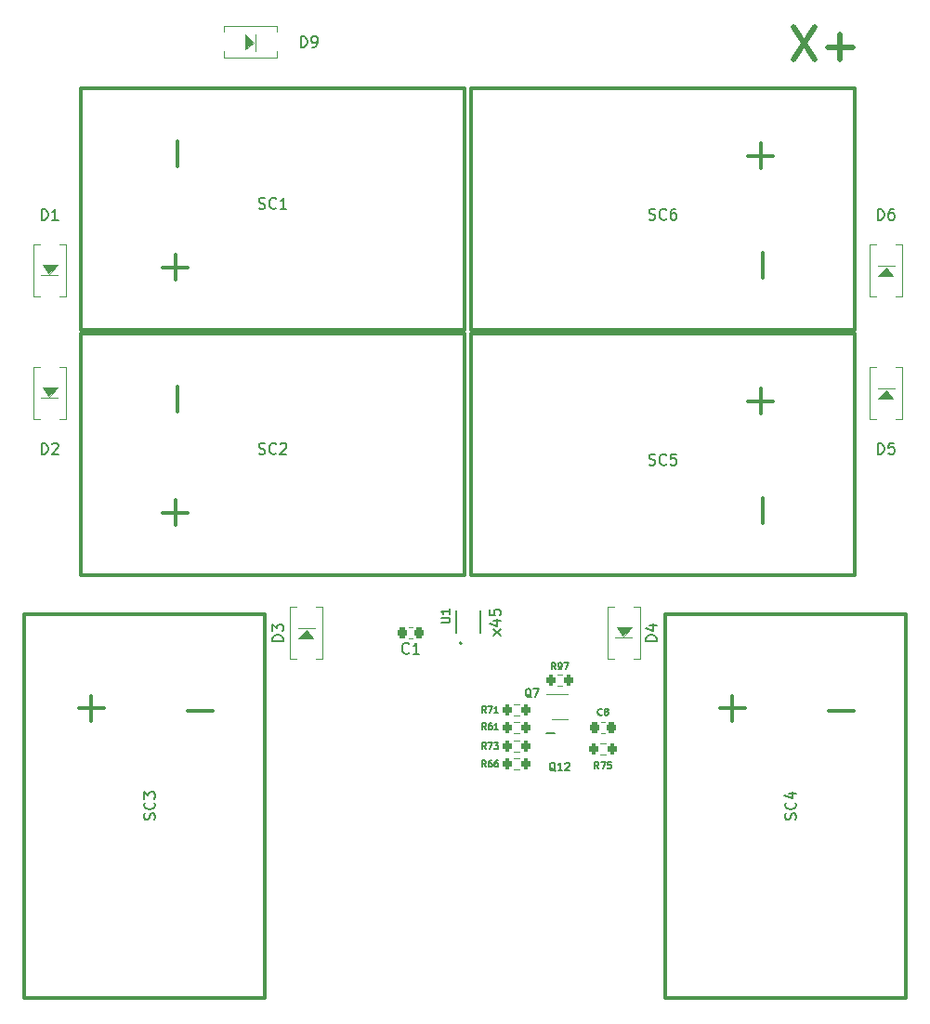
<source format=gto>
%TF.GenerationSoftware,KiCad,Pcbnew,(6.0.5)*%
%TF.CreationDate,2022-07-09T16:35:03-07:00*%
%TF.ProjectId,solar-panel-side-X-plus,736f6c61-722d-4706-916e-656c2d736964,rev?*%
%TF.SameCoordinates,Original*%
%TF.FileFunction,Legend,Top*%
%TF.FilePolarity,Positive*%
%FSLAX46Y46*%
G04 Gerber Fmt 4.6, Leading zero omitted, Abs format (unit mm)*
G04 Created by KiCad (PCBNEW (6.0.5)) date 2022-07-09 16:35:03*
%MOMM*%
%LPD*%
G01*
G04 APERTURE LIST*
G04 Aperture macros list*
%AMRoundRect*
0 Rectangle with rounded corners*
0 $1 Rounding radius*
0 $2 $3 $4 $5 $6 $7 $8 $9 X,Y pos of 4 corners*
0 Add a 4 corners polygon primitive as box body*
4,1,4,$2,$3,$4,$5,$6,$7,$8,$9,$2,$3,0*
0 Add four circle primitives for the rounded corners*
1,1,$1+$1,$2,$3*
1,1,$1+$1,$4,$5*
1,1,$1+$1,$6,$7*
1,1,$1+$1,$8,$9*
0 Add four rect primitives between the rounded corners*
20,1,$1+$1,$2,$3,$4,$5,0*
20,1,$1+$1,$4,$5,$6,$7,0*
20,1,$1+$1,$6,$7,$8,$9,0*
20,1,$1+$1,$8,$9,$2,$3,0*%
G04 Aperture macros list end*
%ADD10C,0.150000*%
%ADD11C,0.500000*%
%ADD12C,0.300000*%
%ADD13C,0.127000*%
%ADD14C,0.120000*%
%ADD15C,0.100000*%
%ADD16C,0.200000*%
%ADD17C,3.000000*%
%ADD18R,1.700000X2.500000*%
%ADD19R,2.500000X1.700000*%
%ADD20C,2.600000*%
%ADD21C,3.800000*%
%ADD22R,0.270000X0.740000*%
%ADD23R,1.350000X0.650000*%
%ADD24RoundRect,0.200000X0.200000X0.275000X-0.200000X0.275000X-0.200000X-0.275000X0.200000X-0.275000X0*%
%ADD25RoundRect,0.200000X-0.200000X-0.275000X0.200000X-0.275000X0.200000X0.275000X-0.200000X0.275000X0*%
%ADD26R,0.600000X0.400000*%
%ADD27R,0.650000X0.400000*%
%ADD28RoundRect,0.225000X-0.225000X-0.250000X0.225000X-0.250000X0.225000X0.250000X-0.225000X0.250000X0*%
%ADD29RoundRect,0.225000X0.225000X0.250000X-0.225000X0.250000X-0.225000X-0.250000X0.225000X-0.250000X0*%
G04 APERTURE END LIST*
D10*
X141676380Y-102814285D02*
X141009714Y-102290476D01*
X141009714Y-102814285D02*
X141676380Y-102290476D01*
X141009714Y-101480952D02*
X141676380Y-101480952D01*
X140628761Y-101719047D02*
X141343047Y-101957142D01*
X141343047Y-101338095D01*
X140676380Y-100480952D02*
X140676380Y-100957142D01*
X141152571Y-101004761D01*
X141104952Y-100957142D01*
X141057333Y-100861904D01*
X141057333Y-100623809D01*
X141104952Y-100528571D01*
X141152571Y-100480952D01*
X141247809Y-100433333D01*
X141485904Y-100433333D01*
X141581142Y-100480952D01*
X141628761Y-100528571D01*
X141676380Y-100623809D01*
X141676380Y-100861904D01*
X141628761Y-100957142D01*
X141581142Y-101004761D01*
D11*
X168338857Y-47379142D02*
X170338857Y-50379142D01*
X170338857Y-47379142D02*
X168338857Y-50379142D01*
X171481714Y-49236285D02*
X173767428Y-49236285D01*
X172624571Y-50379142D02*
X172624571Y-48093428D01*
D10*
X155202095Y-64912761D02*
X155344952Y-64960380D01*
X155583047Y-64960380D01*
X155678285Y-64912761D01*
X155725904Y-64865142D01*
X155773523Y-64769904D01*
X155773523Y-64674666D01*
X155725904Y-64579428D01*
X155678285Y-64531809D01*
X155583047Y-64484190D01*
X155392571Y-64436571D01*
X155297333Y-64388952D01*
X155249714Y-64341333D01*
X155202095Y-64246095D01*
X155202095Y-64150857D01*
X155249714Y-64055619D01*
X155297333Y-64008000D01*
X155392571Y-63960380D01*
X155630666Y-63960380D01*
X155773523Y-64008000D01*
X156773523Y-64865142D02*
X156725904Y-64912761D01*
X156583047Y-64960380D01*
X156487809Y-64960380D01*
X156344952Y-64912761D01*
X156249714Y-64817523D01*
X156202095Y-64722285D01*
X156154476Y-64531809D01*
X156154476Y-64388952D01*
X156202095Y-64198476D01*
X156249714Y-64103238D01*
X156344952Y-64008000D01*
X156487809Y-63960380D01*
X156583047Y-63960380D01*
X156725904Y-64008000D01*
X156773523Y-64055619D01*
X157630666Y-63960380D02*
X157440190Y-63960380D01*
X157344952Y-64008000D01*
X157297333Y-64055619D01*
X157202095Y-64198476D01*
X157154476Y-64388952D01*
X157154476Y-64769904D01*
X157202095Y-64865142D01*
X157249714Y-64912761D01*
X157344952Y-64960380D01*
X157535428Y-64960380D01*
X157630666Y-64912761D01*
X157678285Y-64865142D01*
X157725904Y-64769904D01*
X157725904Y-64531809D01*
X157678285Y-64436571D01*
X157630666Y-64388952D01*
X157535428Y-64341333D01*
X157344952Y-64341333D01*
X157249714Y-64388952D01*
X157202095Y-64436571D01*
X157154476Y-64531809D01*
D12*
X164211142Y-59142285D02*
X166496857Y-59142285D01*
X165354000Y-60285142D02*
X165354000Y-57999428D01*
X165568285Y-70230857D02*
X165568285Y-67945142D01*
D10*
X155202095Y-87264761D02*
X155344952Y-87312380D01*
X155583047Y-87312380D01*
X155678285Y-87264761D01*
X155725904Y-87217142D01*
X155773523Y-87121904D01*
X155773523Y-87026666D01*
X155725904Y-86931428D01*
X155678285Y-86883809D01*
X155583047Y-86836190D01*
X155392571Y-86788571D01*
X155297333Y-86740952D01*
X155249714Y-86693333D01*
X155202095Y-86598095D01*
X155202095Y-86502857D01*
X155249714Y-86407619D01*
X155297333Y-86360000D01*
X155392571Y-86312380D01*
X155630666Y-86312380D01*
X155773523Y-86360000D01*
X156773523Y-87217142D02*
X156725904Y-87264761D01*
X156583047Y-87312380D01*
X156487809Y-87312380D01*
X156344952Y-87264761D01*
X156249714Y-87169523D01*
X156202095Y-87074285D01*
X156154476Y-86883809D01*
X156154476Y-86740952D01*
X156202095Y-86550476D01*
X156249714Y-86455238D01*
X156344952Y-86360000D01*
X156487809Y-86312380D01*
X156583047Y-86312380D01*
X156725904Y-86360000D01*
X156773523Y-86407619D01*
X157678285Y-86312380D02*
X157202095Y-86312380D01*
X157154476Y-86788571D01*
X157202095Y-86740952D01*
X157297333Y-86693333D01*
X157535428Y-86693333D01*
X157630666Y-86740952D01*
X157678285Y-86788571D01*
X157725904Y-86883809D01*
X157725904Y-87121904D01*
X157678285Y-87217142D01*
X157630666Y-87264761D01*
X157535428Y-87312380D01*
X157297333Y-87312380D01*
X157202095Y-87264761D01*
X157154476Y-87217142D01*
D12*
X165568285Y-92582857D02*
X165568285Y-90297142D01*
X164211142Y-81494285D02*
X166496857Y-81494285D01*
X165354000Y-82637142D02*
X165354000Y-80351428D01*
D10*
X99845904Y-86304380D02*
X99845904Y-85304380D01*
X100084000Y-85304380D01*
X100226857Y-85352000D01*
X100322095Y-85447238D01*
X100369714Y-85542476D01*
X100417333Y-85732952D01*
X100417333Y-85875809D01*
X100369714Y-86066285D01*
X100322095Y-86161523D01*
X100226857Y-86256761D01*
X100084000Y-86304380D01*
X99845904Y-86304380D01*
X100798285Y-85399619D02*
X100845904Y-85352000D01*
X100941142Y-85304380D01*
X101179238Y-85304380D01*
X101274476Y-85352000D01*
X101322095Y-85399619D01*
X101369714Y-85494857D01*
X101369714Y-85590095D01*
X101322095Y-85732952D01*
X100750666Y-86304380D01*
X101369714Y-86304380D01*
X176045904Y-64968380D02*
X176045904Y-63968380D01*
X176284000Y-63968380D01*
X176426857Y-64016000D01*
X176522095Y-64111238D01*
X176569714Y-64206476D01*
X176617333Y-64396952D01*
X176617333Y-64539809D01*
X176569714Y-64730285D01*
X176522095Y-64825523D01*
X176426857Y-64920761D01*
X176284000Y-64968380D01*
X176045904Y-64968380D01*
X177474476Y-63968380D02*
X177284000Y-63968380D01*
X177188761Y-64016000D01*
X177141142Y-64063619D01*
X177045904Y-64206476D01*
X176998285Y-64396952D01*
X176998285Y-64777904D01*
X177045904Y-64873142D01*
X177093523Y-64920761D01*
X177188761Y-64968380D01*
X177379238Y-64968380D01*
X177474476Y-64920761D01*
X177522095Y-64873142D01*
X177569714Y-64777904D01*
X177569714Y-64539809D01*
X177522095Y-64444571D01*
X177474476Y-64396952D01*
X177379238Y-64349333D01*
X177188761Y-64349333D01*
X177093523Y-64396952D01*
X177045904Y-64444571D01*
X176998285Y-64539809D01*
X121864380Y-103354095D02*
X120864380Y-103354095D01*
X120864380Y-103116000D01*
X120912000Y-102973142D01*
X121007238Y-102877904D01*
X121102476Y-102830285D01*
X121292952Y-102782666D01*
X121435809Y-102782666D01*
X121626285Y-102830285D01*
X121721523Y-102877904D01*
X121816761Y-102973142D01*
X121864380Y-103116000D01*
X121864380Y-103354095D01*
X120864380Y-102449333D02*
X120864380Y-101830285D01*
X121245333Y-102163619D01*
X121245333Y-102020761D01*
X121292952Y-101925523D01*
X121340571Y-101877904D01*
X121435809Y-101830285D01*
X121673904Y-101830285D01*
X121769142Y-101877904D01*
X121816761Y-101925523D01*
X121864380Y-102020761D01*
X121864380Y-102306476D01*
X121816761Y-102401714D01*
X121769142Y-102449333D01*
X123467904Y-49220380D02*
X123467904Y-48220380D01*
X123706000Y-48220380D01*
X123848857Y-48268000D01*
X123944095Y-48363238D01*
X123991714Y-48458476D01*
X124039333Y-48648952D01*
X124039333Y-48791809D01*
X123991714Y-48982285D01*
X123944095Y-49077523D01*
X123848857Y-49172761D01*
X123706000Y-49220380D01*
X123467904Y-49220380D01*
X124515523Y-49220380D02*
X124706000Y-49220380D01*
X124801238Y-49172761D01*
X124848857Y-49125142D01*
X124944095Y-48982285D01*
X124991714Y-48791809D01*
X124991714Y-48410857D01*
X124944095Y-48315619D01*
X124896476Y-48268000D01*
X124801238Y-48220380D01*
X124610761Y-48220380D01*
X124515523Y-48268000D01*
X124467904Y-48315619D01*
X124420285Y-48410857D01*
X124420285Y-48648952D01*
X124467904Y-48744190D01*
X124515523Y-48791809D01*
X124610761Y-48839428D01*
X124801238Y-48839428D01*
X124896476Y-48791809D01*
X124944095Y-48744190D01*
X124991714Y-48648952D01*
X176045904Y-86304380D02*
X176045904Y-85304380D01*
X176284000Y-85304380D01*
X176426857Y-85352000D01*
X176522095Y-85447238D01*
X176569714Y-85542476D01*
X176617333Y-85732952D01*
X176617333Y-85875809D01*
X176569714Y-86066285D01*
X176522095Y-86161523D01*
X176426857Y-86256761D01*
X176284000Y-86304380D01*
X176045904Y-86304380D01*
X177522095Y-85304380D02*
X177045904Y-85304380D01*
X176998285Y-85780571D01*
X177045904Y-85732952D01*
X177141142Y-85685333D01*
X177379238Y-85685333D01*
X177474476Y-85732952D01*
X177522095Y-85780571D01*
X177569714Y-85875809D01*
X177569714Y-86113904D01*
X177522095Y-86209142D01*
X177474476Y-86256761D01*
X177379238Y-86304380D01*
X177141142Y-86304380D01*
X177045904Y-86256761D01*
X176998285Y-86209142D01*
X99845904Y-64968380D02*
X99845904Y-63968380D01*
X100084000Y-63968380D01*
X100226857Y-64016000D01*
X100322095Y-64111238D01*
X100369714Y-64206476D01*
X100417333Y-64396952D01*
X100417333Y-64539809D01*
X100369714Y-64730285D01*
X100322095Y-64825523D01*
X100226857Y-64920761D01*
X100084000Y-64968380D01*
X99845904Y-64968380D01*
X101369714Y-64968380D02*
X100798285Y-64968380D01*
X101084000Y-64968380D02*
X101084000Y-63968380D01*
X100988761Y-64111238D01*
X100893523Y-64206476D01*
X100798285Y-64254095D01*
X155900380Y-103354095D02*
X154900380Y-103354095D01*
X154900380Y-103116000D01*
X154948000Y-102973142D01*
X155043238Y-102877904D01*
X155138476Y-102830285D01*
X155328952Y-102782666D01*
X155471809Y-102782666D01*
X155662285Y-102830285D01*
X155757523Y-102877904D01*
X155852761Y-102973142D01*
X155900380Y-103116000D01*
X155900380Y-103354095D01*
X155233714Y-101925523D02*
X155900380Y-101925523D01*
X154852761Y-102163619D02*
X155567047Y-102401714D01*
X155567047Y-101782666D01*
X119642095Y-63912761D02*
X119784952Y-63960380D01*
X120023047Y-63960380D01*
X120118285Y-63912761D01*
X120165904Y-63865142D01*
X120213523Y-63769904D01*
X120213523Y-63674666D01*
X120165904Y-63579428D01*
X120118285Y-63531809D01*
X120023047Y-63484190D01*
X119832571Y-63436571D01*
X119737333Y-63388952D01*
X119689714Y-63341333D01*
X119642095Y-63246095D01*
X119642095Y-63150857D01*
X119689714Y-63055619D01*
X119737333Y-63008000D01*
X119832571Y-62960380D01*
X120070666Y-62960380D01*
X120213523Y-63008000D01*
X121213523Y-63865142D02*
X121165904Y-63912761D01*
X121023047Y-63960380D01*
X120927809Y-63960380D01*
X120784952Y-63912761D01*
X120689714Y-63817523D01*
X120642095Y-63722285D01*
X120594476Y-63531809D01*
X120594476Y-63388952D01*
X120642095Y-63198476D01*
X120689714Y-63103238D01*
X120784952Y-63008000D01*
X120927809Y-62960380D01*
X121023047Y-62960380D01*
X121165904Y-63008000D01*
X121213523Y-63055619D01*
X122165904Y-63960380D02*
X121594476Y-63960380D01*
X121880190Y-63960380D02*
X121880190Y-62960380D01*
X121784952Y-63103238D01*
X121689714Y-63198476D01*
X121594476Y-63246095D01*
D12*
X110871142Y-69302285D02*
X113156857Y-69302285D01*
X112014000Y-70445142D02*
X112014000Y-68159428D01*
X112228285Y-60070857D02*
X112228285Y-57785142D01*
D10*
X119642095Y-86264761D02*
X119784952Y-86312380D01*
X120023047Y-86312380D01*
X120118285Y-86264761D01*
X120165904Y-86217142D01*
X120213523Y-86121904D01*
X120213523Y-86026666D01*
X120165904Y-85931428D01*
X120118285Y-85883809D01*
X120023047Y-85836190D01*
X119832571Y-85788571D01*
X119737333Y-85740952D01*
X119689714Y-85693333D01*
X119642095Y-85598095D01*
X119642095Y-85502857D01*
X119689714Y-85407619D01*
X119737333Y-85360000D01*
X119832571Y-85312380D01*
X120070666Y-85312380D01*
X120213523Y-85360000D01*
X121213523Y-86217142D02*
X121165904Y-86264761D01*
X121023047Y-86312380D01*
X120927809Y-86312380D01*
X120784952Y-86264761D01*
X120689714Y-86169523D01*
X120642095Y-86074285D01*
X120594476Y-85883809D01*
X120594476Y-85740952D01*
X120642095Y-85550476D01*
X120689714Y-85455238D01*
X120784952Y-85360000D01*
X120927809Y-85312380D01*
X121023047Y-85312380D01*
X121165904Y-85360000D01*
X121213523Y-85407619D01*
X121594476Y-85407619D02*
X121642095Y-85360000D01*
X121737333Y-85312380D01*
X121975428Y-85312380D01*
X122070666Y-85360000D01*
X122118285Y-85407619D01*
X122165904Y-85502857D01*
X122165904Y-85598095D01*
X122118285Y-85740952D01*
X121546857Y-86312380D01*
X122165904Y-86312380D01*
D12*
X112228285Y-82422857D02*
X112228285Y-80137142D01*
X110871142Y-91654285D02*
X113156857Y-91654285D01*
X112014000Y-92797142D02*
X112014000Y-90511428D01*
D10*
X110124761Y-119625904D02*
X110172380Y-119483047D01*
X110172380Y-119244952D01*
X110124761Y-119149714D01*
X110077142Y-119102095D01*
X109981904Y-119054476D01*
X109886666Y-119054476D01*
X109791428Y-119102095D01*
X109743809Y-119149714D01*
X109696190Y-119244952D01*
X109648571Y-119435428D01*
X109600952Y-119530666D01*
X109553333Y-119578285D01*
X109458095Y-119625904D01*
X109362857Y-119625904D01*
X109267619Y-119578285D01*
X109220000Y-119530666D01*
X109172380Y-119435428D01*
X109172380Y-119197333D01*
X109220000Y-119054476D01*
X110077142Y-118054476D02*
X110124761Y-118102095D01*
X110172380Y-118244952D01*
X110172380Y-118340190D01*
X110124761Y-118483047D01*
X110029523Y-118578285D01*
X109934285Y-118625904D01*
X109743809Y-118673523D01*
X109600952Y-118673523D01*
X109410476Y-118625904D01*
X109315238Y-118578285D01*
X109220000Y-118483047D01*
X109172380Y-118340190D01*
X109172380Y-118244952D01*
X109220000Y-118102095D01*
X109267619Y-118054476D01*
X109172380Y-117721142D02*
X109172380Y-117102095D01*
X109553333Y-117435428D01*
X109553333Y-117292571D01*
X109600952Y-117197333D01*
X109648571Y-117149714D01*
X109743809Y-117102095D01*
X109981904Y-117102095D01*
X110077142Y-117149714D01*
X110124761Y-117197333D01*
X110172380Y-117292571D01*
X110172380Y-117578285D01*
X110124761Y-117673523D01*
X110077142Y-117721142D01*
D12*
X104354285Y-110616857D02*
X104354285Y-108331142D01*
X105497142Y-109474000D02*
X103211428Y-109474000D01*
X113157142Y-109688285D02*
X115442857Y-109688285D01*
D10*
X168544761Y-119625904D02*
X168592380Y-119483047D01*
X168592380Y-119244952D01*
X168544761Y-119149714D01*
X168497142Y-119102095D01*
X168401904Y-119054476D01*
X168306666Y-119054476D01*
X168211428Y-119102095D01*
X168163809Y-119149714D01*
X168116190Y-119244952D01*
X168068571Y-119435428D01*
X168020952Y-119530666D01*
X167973333Y-119578285D01*
X167878095Y-119625904D01*
X167782857Y-119625904D01*
X167687619Y-119578285D01*
X167640000Y-119530666D01*
X167592380Y-119435428D01*
X167592380Y-119197333D01*
X167640000Y-119054476D01*
X168497142Y-118054476D02*
X168544761Y-118102095D01*
X168592380Y-118244952D01*
X168592380Y-118340190D01*
X168544761Y-118483047D01*
X168449523Y-118578285D01*
X168354285Y-118625904D01*
X168163809Y-118673523D01*
X168020952Y-118673523D01*
X167830476Y-118625904D01*
X167735238Y-118578285D01*
X167640000Y-118483047D01*
X167592380Y-118340190D01*
X167592380Y-118244952D01*
X167640000Y-118102095D01*
X167687619Y-118054476D01*
X167925714Y-117197333D02*
X168592380Y-117197333D01*
X167544761Y-117435428D02*
X168259047Y-117673523D01*
X168259047Y-117054476D01*
D12*
X171577142Y-109688285D02*
X173862857Y-109688285D01*
X162774285Y-110616857D02*
X162774285Y-108331142D01*
X163917142Y-109474000D02*
X161631428Y-109474000D01*
D10*
X136237904Y-101669523D02*
X136885523Y-101669523D01*
X136961714Y-101631428D01*
X136999809Y-101593333D01*
X137037904Y-101517142D01*
X137037904Y-101364761D01*
X136999809Y-101288571D01*
X136961714Y-101250476D01*
X136885523Y-101212380D01*
X136237904Y-101212380D01*
X137037904Y-100412380D02*
X137037904Y-100869523D01*
X137037904Y-100640952D02*
X136237904Y-100640952D01*
X136352190Y-100717142D01*
X136428380Y-100793333D01*
X136466476Y-100869523D01*
X150617285Y-114952428D02*
X150417285Y-114666714D01*
X150274428Y-114952428D02*
X150274428Y-114352428D01*
X150503000Y-114352428D01*
X150560142Y-114381000D01*
X150588714Y-114409571D01*
X150617285Y-114466714D01*
X150617285Y-114552428D01*
X150588714Y-114609571D01*
X150560142Y-114638142D01*
X150503000Y-114666714D01*
X150274428Y-114666714D01*
X150817285Y-114352428D02*
X151217285Y-114352428D01*
X150960142Y-114952428D01*
X151731571Y-114352428D02*
X151445857Y-114352428D01*
X151417285Y-114638142D01*
X151445857Y-114609571D01*
X151503000Y-114581000D01*
X151645857Y-114581000D01*
X151703000Y-114609571D01*
X151731571Y-114638142D01*
X151760142Y-114695285D01*
X151760142Y-114838142D01*
X151731571Y-114895285D01*
X151703000Y-114923857D01*
X151645857Y-114952428D01*
X151503000Y-114952428D01*
X151445857Y-114923857D01*
X151417285Y-114895285D01*
X140330285Y-113174428D02*
X140130285Y-112888714D01*
X139987428Y-113174428D02*
X139987428Y-112574428D01*
X140216000Y-112574428D01*
X140273142Y-112603000D01*
X140301714Y-112631571D01*
X140330285Y-112688714D01*
X140330285Y-112774428D01*
X140301714Y-112831571D01*
X140273142Y-112860142D01*
X140216000Y-112888714D01*
X139987428Y-112888714D01*
X140530285Y-112574428D02*
X140930285Y-112574428D01*
X140673142Y-113174428D01*
X141101714Y-112574428D02*
X141473142Y-112574428D01*
X141273142Y-112803000D01*
X141358857Y-112803000D01*
X141416000Y-112831571D01*
X141444571Y-112860142D01*
X141473142Y-112917285D01*
X141473142Y-113060142D01*
X141444571Y-113117285D01*
X141416000Y-113145857D01*
X141358857Y-113174428D01*
X141187428Y-113174428D01*
X141130285Y-113145857D01*
X141101714Y-113117285D01*
X140330285Y-109872428D02*
X140130285Y-109586714D01*
X139987428Y-109872428D02*
X139987428Y-109272428D01*
X140216000Y-109272428D01*
X140273142Y-109301000D01*
X140301714Y-109329571D01*
X140330285Y-109386714D01*
X140330285Y-109472428D01*
X140301714Y-109529571D01*
X140273142Y-109558142D01*
X140216000Y-109586714D01*
X139987428Y-109586714D01*
X140530285Y-109272428D02*
X140930285Y-109272428D01*
X140673142Y-109872428D01*
X141473142Y-109872428D02*
X141130285Y-109872428D01*
X141301714Y-109872428D02*
X141301714Y-109272428D01*
X141244571Y-109358142D01*
X141187428Y-109415285D01*
X141130285Y-109443857D01*
X140330285Y-114825428D02*
X140130285Y-114539714D01*
X139987428Y-114825428D02*
X139987428Y-114225428D01*
X140216000Y-114225428D01*
X140273142Y-114254000D01*
X140301714Y-114282571D01*
X140330285Y-114339714D01*
X140330285Y-114425428D01*
X140301714Y-114482571D01*
X140273142Y-114511142D01*
X140216000Y-114539714D01*
X139987428Y-114539714D01*
X140844571Y-114225428D02*
X140730285Y-114225428D01*
X140673142Y-114254000D01*
X140644571Y-114282571D01*
X140587428Y-114368285D01*
X140558857Y-114482571D01*
X140558857Y-114711142D01*
X140587428Y-114768285D01*
X140616000Y-114796857D01*
X140673142Y-114825428D01*
X140787428Y-114825428D01*
X140844571Y-114796857D01*
X140873142Y-114768285D01*
X140901714Y-114711142D01*
X140901714Y-114568285D01*
X140873142Y-114511142D01*
X140844571Y-114482571D01*
X140787428Y-114454000D01*
X140673142Y-114454000D01*
X140616000Y-114482571D01*
X140587428Y-114511142D01*
X140558857Y-114568285D01*
X141416000Y-114225428D02*
X141301714Y-114225428D01*
X141244571Y-114254000D01*
X141216000Y-114282571D01*
X141158857Y-114368285D01*
X141130285Y-114482571D01*
X141130285Y-114711142D01*
X141158857Y-114768285D01*
X141187428Y-114796857D01*
X141244571Y-114825428D01*
X141358857Y-114825428D01*
X141416000Y-114796857D01*
X141444571Y-114768285D01*
X141473142Y-114711142D01*
X141473142Y-114568285D01*
X141444571Y-114511142D01*
X141416000Y-114482571D01*
X141358857Y-114454000D01*
X141244571Y-114454000D01*
X141187428Y-114482571D01*
X141158857Y-114511142D01*
X141130285Y-114568285D01*
X140330285Y-111396428D02*
X140130285Y-111110714D01*
X139987428Y-111396428D02*
X139987428Y-110796428D01*
X140216000Y-110796428D01*
X140273142Y-110825000D01*
X140301714Y-110853571D01*
X140330285Y-110910714D01*
X140330285Y-110996428D01*
X140301714Y-111053571D01*
X140273142Y-111082142D01*
X140216000Y-111110714D01*
X139987428Y-111110714D01*
X140844571Y-110796428D02*
X140730285Y-110796428D01*
X140673142Y-110825000D01*
X140644571Y-110853571D01*
X140587428Y-110939285D01*
X140558857Y-111053571D01*
X140558857Y-111282142D01*
X140587428Y-111339285D01*
X140616000Y-111367857D01*
X140673142Y-111396428D01*
X140787428Y-111396428D01*
X140844571Y-111367857D01*
X140873142Y-111339285D01*
X140901714Y-111282142D01*
X140901714Y-111139285D01*
X140873142Y-111082142D01*
X140844571Y-111053571D01*
X140787428Y-111025000D01*
X140673142Y-111025000D01*
X140616000Y-111053571D01*
X140587428Y-111082142D01*
X140558857Y-111139285D01*
X141473142Y-111396428D02*
X141130285Y-111396428D01*
X141301714Y-111396428D02*
X141301714Y-110796428D01*
X141244571Y-110882142D01*
X141187428Y-110939285D01*
X141130285Y-110967857D01*
X146680285Y-105935428D02*
X146480285Y-105649714D01*
X146337428Y-105935428D02*
X146337428Y-105335428D01*
X146566000Y-105335428D01*
X146623142Y-105364000D01*
X146651714Y-105392571D01*
X146680285Y-105449714D01*
X146680285Y-105535428D01*
X146651714Y-105592571D01*
X146623142Y-105621142D01*
X146566000Y-105649714D01*
X146337428Y-105649714D01*
X146966000Y-105935428D02*
X147080285Y-105935428D01*
X147137428Y-105906857D01*
X147166000Y-105878285D01*
X147223142Y-105792571D01*
X147251714Y-105678285D01*
X147251714Y-105449714D01*
X147223142Y-105392571D01*
X147194571Y-105364000D01*
X147137428Y-105335428D01*
X147023142Y-105335428D01*
X146966000Y-105364000D01*
X146937428Y-105392571D01*
X146908857Y-105449714D01*
X146908857Y-105592571D01*
X146937428Y-105649714D01*
X146966000Y-105678285D01*
X147023142Y-105706857D01*
X147137428Y-105706857D01*
X147194571Y-105678285D01*
X147223142Y-105649714D01*
X147251714Y-105592571D01*
X147451714Y-105335428D02*
X147851714Y-105335428D01*
X147594571Y-105935428D01*
D13*
X146666000Y-115191333D02*
X146599333Y-115158000D01*
X146532666Y-115091333D01*
X146432666Y-114991333D01*
X146366000Y-114958000D01*
X146299333Y-114958000D01*
X146332666Y-115124666D02*
X146266000Y-115091333D01*
X146199333Y-115024666D01*
X146166000Y-114891333D01*
X146166000Y-114658000D01*
X146199333Y-114524666D01*
X146266000Y-114458000D01*
X146332666Y-114424666D01*
X146466000Y-114424666D01*
X146532666Y-114458000D01*
X146599333Y-114524666D01*
X146632666Y-114658000D01*
X146632666Y-114891333D01*
X146599333Y-115024666D01*
X146532666Y-115091333D01*
X146466000Y-115124666D01*
X146332666Y-115124666D01*
X147299333Y-115124666D02*
X146899333Y-115124666D01*
X147099333Y-115124666D02*
X147099333Y-114424666D01*
X147032666Y-114524666D01*
X146966000Y-114591333D01*
X146899333Y-114624666D01*
X147566000Y-114491333D02*
X147599333Y-114458000D01*
X147666000Y-114424666D01*
X147832666Y-114424666D01*
X147899333Y-114458000D01*
X147932666Y-114491333D01*
X147966000Y-114558000D01*
X147966000Y-114624666D01*
X147932666Y-114724666D01*
X147532666Y-115124666D01*
X147966000Y-115124666D01*
D10*
X144459333Y-108460333D02*
X144392666Y-108427000D01*
X144326000Y-108360333D01*
X144226000Y-108260333D01*
X144159333Y-108227000D01*
X144092666Y-108227000D01*
X144126000Y-108393666D02*
X144059333Y-108360333D01*
X143992666Y-108293666D01*
X143959333Y-108160333D01*
X143959333Y-107927000D01*
X143992666Y-107793666D01*
X144059333Y-107727000D01*
X144126000Y-107693666D01*
X144259333Y-107693666D01*
X144326000Y-107727000D01*
X144392666Y-107793666D01*
X144426000Y-107927000D01*
X144426000Y-108160333D01*
X144392666Y-108293666D01*
X144326000Y-108360333D01*
X144259333Y-108393666D01*
X144126000Y-108393666D01*
X144659333Y-107693666D02*
X145126000Y-107693666D01*
X144826000Y-108393666D01*
X150903000Y-110036285D02*
X150874428Y-110064857D01*
X150788714Y-110093428D01*
X150731571Y-110093428D01*
X150645857Y-110064857D01*
X150588714Y-110007714D01*
X150560142Y-109950571D01*
X150531571Y-109836285D01*
X150531571Y-109750571D01*
X150560142Y-109636285D01*
X150588714Y-109579142D01*
X150645857Y-109522000D01*
X150731571Y-109493428D01*
X150788714Y-109493428D01*
X150874428Y-109522000D01*
X150903000Y-109550571D01*
X151245857Y-109750571D02*
X151188714Y-109722000D01*
X151160142Y-109693428D01*
X151131571Y-109636285D01*
X151131571Y-109607714D01*
X151160142Y-109550571D01*
X151188714Y-109522000D01*
X151245857Y-109493428D01*
X151360142Y-109493428D01*
X151417285Y-109522000D01*
X151445857Y-109550571D01*
X151474428Y-109607714D01*
X151474428Y-109636285D01*
X151445857Y-109693428D01*
X151417285Y-109722000D01*
X151360142Y-109750571D01*
X151245857Y-109750571D01*
X151188714Y-109779142D01*
X151160142Y-109807714D01*
X151131571Y-109864857D01*
X151131571Y-109979142D01*
X151160142Y-110036285D01*
X151188714Y-110064857D01*
X151245857Y-110093428D01*
X151360142Y-110093428D01*
X151417285Y-110064857D01*
X151445857Y-110036285D01*
X151474428Y-109979142D01*
X151474428Y-109864857D01*
X151445857Y-109807714D01*
X151417285Y-109779142D01*
X151360142Y-109750571D01*
X133310333Y-104403142D02*
X133262714Y-104450761D01*
X133119857Y-104498380D01*
X133024619Y-104498380D01*
X132881761Y-104450761D01*
X132786523Y-104355523D01*
X132738904Y-104260285D01*
X132691285Y-104069809D01*
X132691285Y-103926952D01*
X132738904Y-103736476D01*
X132786523Y-103641238D01*
X132881761Y-103546000D01*
X133024619Y-103498380D01*
X133119857Y-103498380D01*
X133262714Y-103546000D01*
X133310333Y-103593619D01*
X134262714Y-104498380D02*
X133691285Y-104498380D01*
X133977000Y-104498380D02*
X133977000Y-103498380D01*
X133881761Y-103641238D01*
X133786523Y-103736476D01*
X133691285Y-103784095D01*
D12*
X138964000Y-53008000D02*
X173964000Y-53008000D01*
X138964000Y-75008000D02*
X138964000Y-53008000D01*
X173964000Y-75008000D02*
X138964000Y-75008000D01*
X173964000Y-53008000D02*
X173964000Y-75008000D01*
X173964000Y-97360000D02*
X138964000Y-97360000D01*
X173964000Y-75360000D02*
X173964000Y-97360000D01*
X138964000Y-97360000D02*
X138964000Y-75360000D01*
X138964000Y-75360000D02*
X173964000Y-75360000D01*
D14*
X102034000Y-83147000D02*
X99134000Y-83147000D01*
X99134000Y-83147000D02*
X99134000Y-78397000D01*
X99771200Y-81203800D02*
X101320600Y-81203800D01*
X102034000Y-83147000D02*
X102034000Y-78397000D01*
X102034000Y-78397000D02*
X99134000Y-78397000D01*
G36*
X100558600Y-81076800D02*
G01*
X99949000Y-80264000D01*
X101295200Y-80264000D01*
X100558600Y-81076800D01*
G37*
D15*
X100558600Y-81076800D02*
X99949000Y-80264000D01*
X101295200Y-80264000D01*
X100558600Y-81076800D01*
D14*
X177596800Y-69164200D02*
X176047400Y-69164200D01*
X175334000Y-67221000D02*
X175334000Y-71971000D01*
X175334000Y-67221000D02*
X178234000Y-67221000D01*
X178234000Y-67221000D02*
X178234000Y-71971000D01*
X175334000Y-71971000D02*
X178234000Y-71971000D01*
G36*
X177419000Y-70104000D02*
G01*
X176072800Y-70104000D01*
X176809400Y-69291200D01*
X177419000Y-70104000D01*
G37*
D15*
X177419000Y-70104000D02*
X176072800Y-70104000D01*
X176809400Y-69291200D01*
X177419000Y-70104000D01*
D14*
X124764800Y-102184200D02*
X123215400Y-102184200D01*
X122502000Y-100241000D02*
X122502000Y-104991000D01*
X122502000Y-104991000D02*
X125402000Y-104991000D01*
X122502000Y-100241000D02*
X125402000Y-100241000D01*
X125402000Y-100241000D02*
X125402000Y-104991000D01*
G36*
X124587000Y-103124000D02*
G01*
X123240800Y-103124000D01*
X123977400Y-102311200D01*
X124587000Y-103124000D01*
G37*
D15*
X124587000Y-103124000D02*
X123240800Y-103124000D01*
X123977400Y-102311200D01*
X124587000Y-103124000D01*
D14*
X121247000Y-47318000D02*
X121247000Y-50218000D01*
X121247000Y-50218000D02*
X116497000Y-50218000D01*
X116497000Y-47318000D02*
X116497000Y-50218000D01*
X119303800Y-49580800D02*
X119303800Y-48031400D01*
X121247000Y-47318000D02*
X116497000Y-47318000D01*
G36*
X119176800Y-48793400D02*
G01*
X118364000Y-49403000D01*
X118364000Y-48056800D01*
X119176800Y-48793400D01*
G37*
D15*
X119176800Y-48793400D02*
X118364000Y-49403000D01*
X118364000Y-48056800D01*
X119176800Y-48793400D01*
D14*
X177596800Y-80340200D02*
X176047400Y-80340200D01*
X175334000Y-83147000D02*
X178234000Y-83147000D01*
X178234000Y-78397000D02*
X178234000Y-83147000D01*
X175334000Y-78397000D02*
X178234000Y-78397000D01*
X175334000Y-78397000D02*
X175334000Y-83147000D01*
G36*
X177419000Y-81280000D02*
G01*
X176072800Y-81280000D01*
X176809400Y-80467200D01*
X177419000Y-81280000D01*
G37*
D15*
X177419000Y-81280000D02*
X176072800Y-81280000D01*
X176809400Y-80467200D01*
X177419000Y-81280000D01*
D14*
X102034000Y-71971000D02*
X102034000Y-67221000D01*
X102034000Y-67221000D02*
X99134000Y-67221000D01*
X99134000Y-71971000D02*
X99134000Y-67221000D01*
X102034000Y-71971000D02*
X99134000Y-71971000D01*
X99771200Y-70027800D02*
X101320600Y-70027800D01*
G36*
X100558600Y-69900800D02*
G01*
X99949000Y-69088000D01*
X101295200Y-69088000D01*
X100558600Y-69900800D01*
G37*
D15*
X100558600Y-69900800D02*
X99949000Y-69088000D01*
X101295200Y-69088000D01*
X100558600Y-69900800D01*
D14*
X151458000Y-104991000D02*
X151458000Y-100241000D01*
X152095200Y-103047800D02*
X153644600Y-103047800D01*
X154358000Y-100241000D02*
X151458000Y-100241000D01*
X154358000Y-104991000D02*
X154358000Y-100241000D01*
X154358000Y-104991000D02*
X151458000Y-104991000D01*
G36*
X152882600Y-102920800D02*
G01*
X152273000Y-102108000D01*
X153619200Y-102108000D01*
X152882600Y-102920800D01*
G37*
D15*
X152882600Y-102920800D02*
X152273000Y-102108000D01*
X153619200Y-102108000D01*
X152882600Y-102920800D01*
D12*
X103404000Y-75008000D02*
X103404000Y-53008000D01*
X138404000Y-53008000D02*
X138404000Y-75008000D01*
X138404000Y-75008000D02*
X103404000Y-75008000D01*
X103404000Y-53008000D02*
X138404000Y-53008000D01*
X103404000Y-97360000D02*
X103404000Y-75360000D01*
X103404000Y-75360000D02*
X138404000Y-75360000D01*
X138404000Y-75360000D02*
X138404000Y-97360000D01*
X138404000Y-97360000D02*
X103404000Y-97360000D01*
X120220000Y-135864000D02*
X98220000Y-135864000D01*
X98220000Y-100864000D02*
X120220000Y-100864000D01*
X120220000Y-100864000D02*
X120220000Y-135864000D01*
X98220000Y-135864000D02*
X98220000Y-100864000D01*
X156640000Y-100864000D02*
X178640000Y-100864000D01*
X156640000Y-135864000D02*
X156640000Y-100864000D01*
X178640000Y-100864000D02*
X178640000Y-135864000D01*
X178640000Y-135864000D02*
X156640000Y-135864000D01*
D13*
X139783000Y-102600000D02*
X139783000Y-100600000D01*
X137585000Y-102600000D02*
X137585000Y-100600000D01*
D16*
X138134000Y-103535000D02*
G75*
G03*
X138134000Y-103535000I-100000J0D01*
G01*
D14*
X151240258Y-112634500D02*
X150765742Y-112634500D01*
X151240258Y-113679500D02*
X150765742Y-113679500D01*
X142891742Y-112380500D02*
X143366258Y-112380500D01*
X142891742Y-113425500D02*
X143366258Y-113425500D01*
X143366258Y-110123500D02*
X142891742Y-110123500D01*
X143366258Y-109078500D02*
X142891742Y-109078500D01*
X142891742Y-115076500D02*
X143366258Y-115076500D01*
X142891742Y-114031500D02*
X143366258Y-114031500D01*
X142891742Y-110729500D02*
X143366258Y-110729500D01*
X142891742Y-111774500D02*
X143366258Y-111774500D01*
X147303258Y-107456500D02*
X146828742Y-107456500D01*
X147303258Y-106411500D02*
X146828742Y-106411500D01*
D16*
X145826000Y-111703000D02*
X146566000Y-111703000D01*
D14*
X147766000Y-108187000D02*
X145866000Y-108187000D01*
X146366000Y-110507000D02*
X147766000Y-110507000D01*
X150862420Y-110742000D02*
X151143580Y-110742000D01*
X150862420Y-111762000D02*
X151143580Y-111762000D01*
X133617580Y-102106000D02*
X133336420Y-102106000D01*
X133617580Y-103126000D02*
X133336420Y-103126000D01*
%LPC*%
D17*
X169464000Y-59508000D03*
X169464000Y-68508000D03*
X169464000Y-81860000D03*
X169464000Y-90860000D03*
D18*
X100584000Y-82772000D03*
X100584000Y-78772000D03*
X176784000Y-67596000D03*
X176784000Y-71596000D03*
X123952000Y-100616000D03*
X123952000Y-104616000D03*
D19*
X120872000Y-48768000D03*
X116872000Y-48768000D03*
D18*
X176784000Y-78772000D03*
X176784000Y-82772000D03*
X100584000Y-71596000D03*
X100584000Y-67596000D03*
X152908000Y-104616000D03*
X152908000Y-100616000D03*
D20*
X176900000Y-94810000D03*
D21*
X176900000Y-94810000D03*
D20*
X176900000Y-47810000D03*
D21*
X176900000Y-47810000D03*
X138400000Y-47810000D03*
D20*
X138400000Y-47810000D03*
D21*
X99900000Y-47810000D03*
D20*
X99900000Y-47810000D03*
X99900000Y-94810000D03*
D21*
X99900000Y-94810000D03*
X99900000Y-141810000D03*
D20*
X99900000Y-141810000D03*
X138400000Y-141810000D03*
D21*
X138400000Y-141810000D03*
D20*
X176900000Y-141810000D03*
D21*
X176900000Y-141810000D03*
D17*
X107904000Y-68508000D03*
X107904000Y-59508000D03*
X107904000Y-90860000D03*
X107904000Y-81860000D03*
X104720000Y-105364000D03*
X113720000Y-105364000D03*
X163140000Y-105364000D03*
X172140000Y-105364000D03*
D22*
X138034000Y-102595000D03*
X138684000Y-102595000D03*
X139334000Y-102595000D03*
X139334000Y-100605000D03*
X138684000Y-100605000D03*
X138034000Y-100605000D03*
D23*
X138684000Y-101600000D03*
D24*
X151828000Y-113157000D03*
X150178000Y-113157000D03*
D25*
X142304000Y-112903000D03*
X143954000Y-112903000D03*
D24*
X143954000Y-109601000D03*
X142304000Y-109601000D03*
D25*
X142304000Y-114554000D03*
X143954000Y-114554000D03*
X142304000Y-111252000D03*
X143954000Y-111252000D03*
D24*
X147891000Y-106934000D03*
X146241000Y-106934000D03*
D26*
X146116000Y-112253000D03*
X146116000Y-112903000D03*
X146116000Y-113553000D03*
X148016000Y-113553000D03*
X148016000Y-112903000D03*
X148016000Y-112253000D03*
D27*
X146116000Y-108697000D03*
X146116000Y-109347000D03*
X146116000Y-109997000D03*
X148016000Y-109997000D03*
X148016000Y-109347000D03*
X148016000Y-108697000D03*
D28*
X150228000Y-111252000D03*
X151778000Y-111252000D03*
D29*
X134252000Y-102616000D03*
X132702000Y-102616000D03*
M02*

</source>
